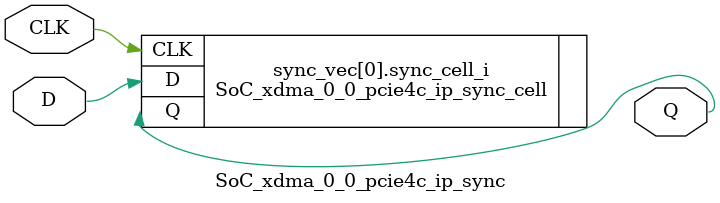
<source format=v>

`timescale 1ps / 1ps

(* DowngradeIPIdentifiedWarnings = "yes" *)
module SoC_xdma_0_0_pcie4c_ip_sync #
(
    parameter integer WIDTH = 1, 
    parameter integer STAGE = 3
)
(
    //-------------------------------------------------------------------------- 
    //  Input Ports
    //-------------------------------------------------------------------------- 
    input                               CLK,
    input       [WIDTH-1:0]             D,
    
    //-------------------------------------------------------------------------- 
    //  Output Ports
    //-------------------------------------------------------------------------- 
    output      [WIDTH-1:0]             Q
);                                                        



//--------------------------------------------------------------------------------------------------
//  Generate Synchronizer - Begin
//--------------------------------------------------------------------------------------------------
genvar i;

generate for (i=0; i<WIDTH; i=i+1) 

    begin : sync_vec

    //----------------------------------------------------------------------
    //  Synchronizer
    //----------------------------------------------------------------------
    SoC_xdma_0_0_pcie4c_ip_sync_cell #
    (
        .STAGE                          (STAGE)
    )    
    sync_cell_i
    (
        //------------------------------------------------------------------
        //  Input Ports
        //------------------------------------------------------------------
        .CLK                            (CLK),
        .D                              (D[i]),

        //------------------------------------------------------------------
        //  Output Ports
        //------------------------------------------------------------------
        .Q                              (Q[i])
    );
 
    end   
      
endgenerate 
//--------------------------------------------------------------------------------------------------
//  Generate - End
//--------------------------------------------------------------------------------------------------



endmodule

</source>
